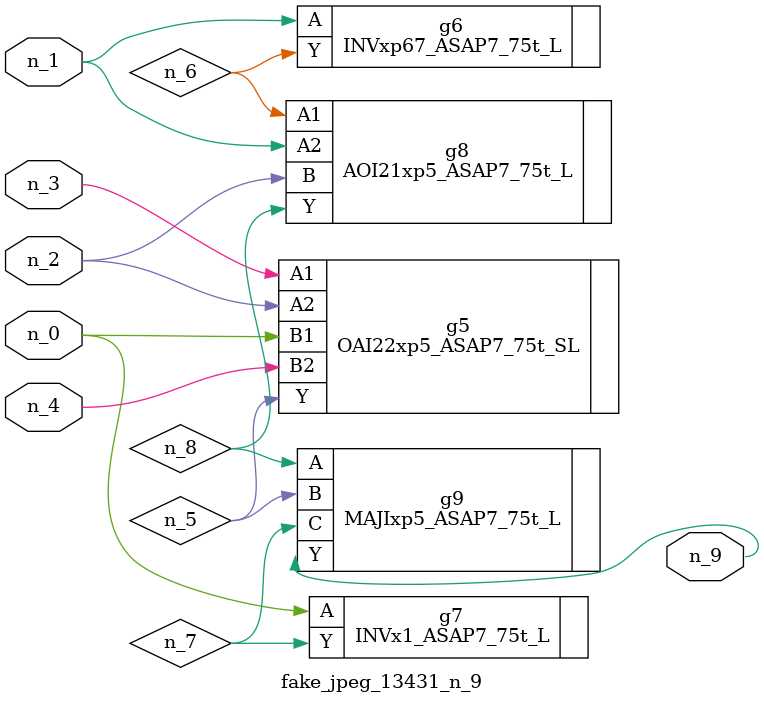
<source format=v>
module fake_jpeg_13431_n_9 (n_3, n_2, n_1, n_0, n_4, n_9);

input n_3;
input n_2;
input n_1;
input n_0;
input n_4;

output n_9;

wire n_8;
wire n_6;
wire n_5;
wire n_7;

OAI22xp5_ASAP7_75t_SL g5 ( 
.A1(n_3),
.A2(n_2),
.B1(n_0),
.B2(n_4),
.Y(n_5)
);

INVxp67_ASAP7_75t_L g6 ( 
.A(n_1),
.Y(n_6)
);

INVx1_ASAP7_75t_L g7 ( 
.A(n_0),
.Y(n_7)
);

AOI21xp5_ASAP7_75t_L g8 ( 
.A1(n_6),
.A2(n_1),
.B(n_2),
.Y(n_8)
);

MAJIxp5_ASAP7_75t_L g9 ( 
.A(n_8),
.B(n_5),
.C(n_7),
.Y(n_9)
);


endmodule
</source>
